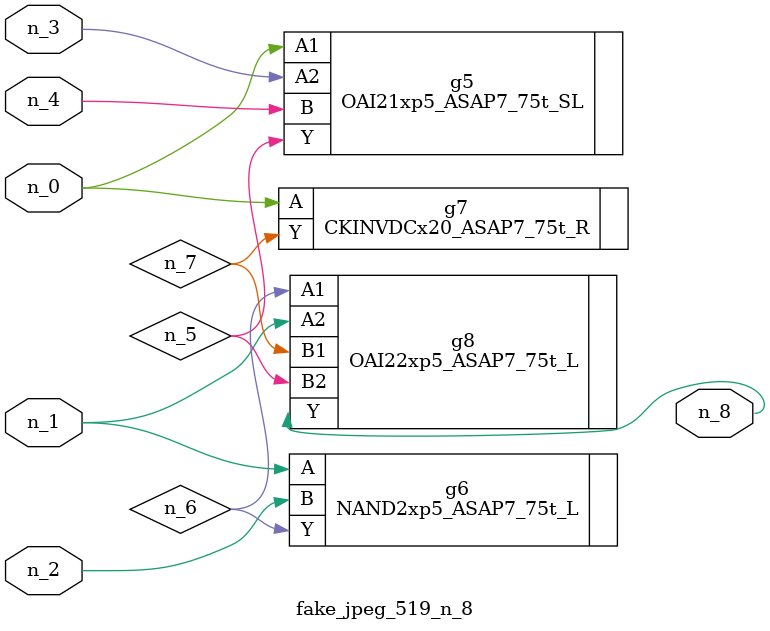
<source format=v>
module fake_jpeg_519_n_8 (n_3, n_2, n_1, n_0, n_4, n_8);

input n_3;
input n_2;
input n_1;
input n_0;
input n_4;

output n_8;

wire n_6;
wire n_5;
wire n_7;

OAI21xp5_ASAP7_75t_SL g5 ( 
.A1(n_0),
.A2(n_3),
.B(n_4),
.Y(n_5)
);

NAND2xp5_ASAP7_75t_L g6 ( 
.A(n_1),
.B(n_2),
.Y(n_6)
);

CKINVDCx20_ASAP7_75t_R g7 ( 
.A(n_0),
.Y(n_7)
);

OAI22xp5_ASAP7_75t_L g8 ( 
.A1(n_6),
.A2(n_1),
.B1(n_7),
.B2(n_5),
.Y(n_8)
);


endmodule
</source>
